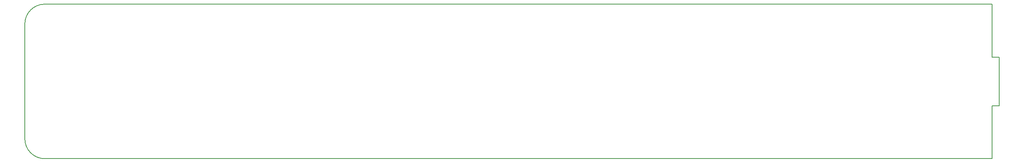
<source format=gbr>
%TF.GenerationSoftware,KiCad,Pcbnew,7.0.6*%
%TF.CreationDate,2023-10-18T20:18:50+02:00*%
%TF.ProjectId,Hydrofoil,48796472-6f66-46f6-996c-2e6b69636164,rev?*%
%TF.SameCoordinates,Original*%
%TF.FileFunction,Profile,NP*%
%FSLAX46Y46*%
G04 Gerber Fmt 4.6, Leading zero omitted, Abs format (unit mm)*
G04 Created by KiCad (PCBNEW 7.0.6) date 2023-10-18 20:18:50*
%MOMM*%
%LPD*%
G01*
G04 APERTURE LIST*
%TA.AperFunction,Profile*%
%ADD10C,0.200000*%
%TD*%
G04 APERTURE END LIST*
D10*
X256847349Y-71680000D02*
X256847349Y-83680000D01*
X38847349Y-76180000D02*
X38847349Y-102180000D01*
X38847400Y-102180000D02*
G75*
G03*
X43347349Y-106680000I4499900J-100D01*
G01*
X258447349Y-94680000D02*
X256847349Y-94680000D01*
X43347349Y-71680009D02*
G75*
G03*
X38847349Y-76180000I-59J-4499941D01*
G01*
X258447349Y-83680000D02*
X258447349Y-94680000D01*
X43347349Y-106680000D02*
X256847349Y-106680000D01*
X256847349Y-83680000D02*
X258447349Y-83680000D01*
X256847349Y-71680000D02*
X43347349Y-71680000D01*
X256847349Y-94680000D02*
X256847349Y-106680000D01*
M02*

</source>
